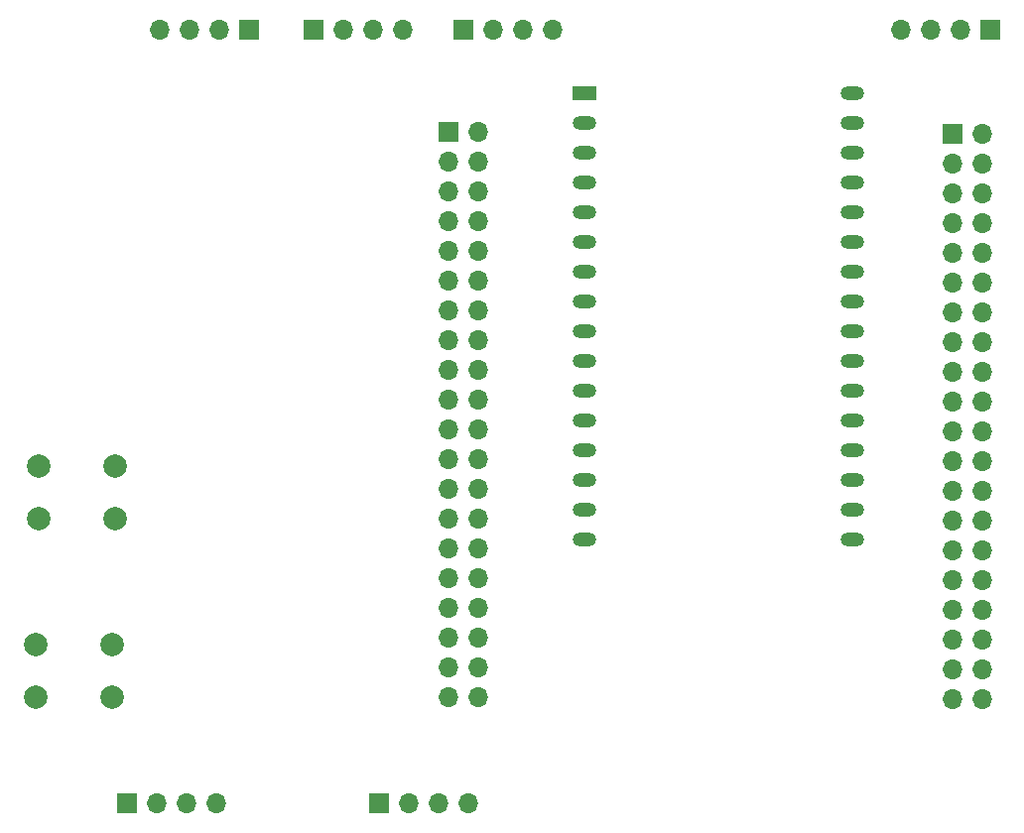
<source format=gbr>
%TF.GenerationSoftware,KiCad,Pcbnew,(7.0.0)*%
%TF.CreationDate,2024-01-22T14:48:16-03:00*%
%TF.ProjectId,ESP-EDU,4553502d-4544-4552-9e6b-696361645f70,rev?*%
%TF.SameCoordinates,Original*%
%TF.FileFunction,Soldermask,Bot*%
%TF.FilePolarity,Negative*%
%FSLAX46Y46*%
G04 Gerber Fmt 4.6, Leading zero omitted, Abs format (unit mm)*
G04 Created by KiCad (PCBNEW (7.0.0)) date 2024-01-22 14:48:16*
%MOMM*%
%LPD*%
G01*
G04 APERTURE LIST*
%ADD10C,2.000000*%
%ADD11R,1.700000X1.700000*%
%ADD12O,1.700000X1.700000*%
%ADD13R,2.000000X1.200000*%
%ADD14O,2.000000X1.200000*%
G04 APERTURE END LIST*
D10*
%TO.C,SW1*%
X88444000Y-79320000D03*
X94944000Y-79320000D03*
X88444000Y-83820000D03*
X94944000Y-83820000D03*
%TD*%
D11*
%TO.C,J5*%
X111951999Y-41999999D03*
D12*
X114491999Y-41999999D03*
X117031999Y-41999999D03*
X119571999Y-41999999D03*
%TD*%
D11*
%TO.C,J8*%
X96011999Y-108076999D03*
D12*
X98551999Y-108076999D03*
X101091999Y-108076999D03*
X103631999Y-108076999D03*
%TD*%
D11*
%TO.C,J7*%
X106425999Y-42036999D03*
D12*
X103885999Y-42036999D03*
X101345999Y-42036999D03*
X98805999Y-42036999D03*
%TD*%
D11*
%TO.C,J2*%
X166459999Y-50899999D03*
D12*
X168999999Y-50899999D03*
X166459999Y-53439999D03*
X168999999Y-53439999D03*
X166459999Y-55979999D03*
X168999999Y-55979999D03*
X166459999Y-58519999D03*
X168999999Y-58519999D03*
X166459999Y-61059999D03*
X168999999Y-61059999D03*
X166459999Y-63599999D03*
X168999999Y-63599999D03*
X166459999Y-66139999D03*
X168999999Y-66139999D03*
X166459999Y-68679999D03*
X168999999Y-68679999D03*
X166459999Y-71219999D03*
X168999999Y-71219999D03*
X166459999Y-73759999D03*
X168999999Y-73759999D03*
X166459999Y-76299999D03*
X168999999Y-76299999D03*
X166459999Y-78839999D03*
X168999999Y-78839999D03*
X166459999Y-81379999D03*
X168999999Y-81379999D03*
X166459999Y-83919999D03*
X168999999Y-83919999D03*
X166459999Y-86459999D03*
X168999999Y-86459999D03*
X166459999Y-88999999D03*
X168999999Y-88999999D03*
X166459999Y-91539999D03*
X168999999Y-91539999D03*
X166459999Y-94079999D03*
X168999999Y-94079999D03*
X166459999Y-96619999D03*
X168999999Y-96619999D03*
X166459999Y-99159999D03*
X168999999Y-99159999D03*
%TD*%
D11*
%TO.C,J4*%
X124691999Y-41999999D03*
D12*
X127231999Y-41999999D03*
X129771999Y-41999999D03*
X132311999Y-41999999D03*
%TD*%
D11*
%TO.C,J9*%
X169661999Y-42036999D03*
D12*
X167121999Y-42036999D03*
X164581999Y-42036999D03*
X162041999Y-42036999D03*
%TD*%
D13*
%TO.C,U1*%
X134999999Y-47439999D03*
D14*
X134999999Y-49979999D03*
X134999999Y-52519999D03*
X134999999Y-55059999D03*
X134999999Y-57599999D03*
X134999999Y-60139999D03*
X134999999Y-62679999D03*
X134999999Y-65219999D03*
X134999999Y-67759999D03*
X134999999Y-70299999D03*
X134999999Y-72839999D03*
X134999999Y-75379999D03*
X134999999Y-77919999D03*
X134999999Y-80459999D03*
X134999999Y-82999999D03*
X134999999Y-85539999D03*
X157859999Y-85539999D03*
X157859999Y-82999999D03*
X157859999Y-80459999D03*
X157859999Y-77919999D03*
X157859999Y-75379999D03*
X157859999Y-72839999D03*
X157859999Y-70299999D03*
X157859999Y-67759999D03*
X157859999Y-65219999D03*
X157859999Y-62679999D03*
X157859999Y-60139999D03*
X157859999Y-57599999D03*
X157859999Y-55059999D03*
X157859999Y-52519999D03*
X157859999Y-49979999D03*
X157859999Y-47439999D03*
%TD*%
D10*
%TO.C,SW2*%
X88242000Y-94560000D03*
X94742000Y-94560000D03*
X88242000Y-99060000D03*
X94742000Y-99060000D03*
%TD*%
D11*
%TO.C,J1*%
X123459999Y-50739999D03*
D12*
X125999999Y-50739999D03*
X123459999Y-53279999D03*
X125999999Y-53279999D03*
X123459999Y-55819999D03*
X125999999Y-55819999D03*
X123459999Y-58359999D03*
X125999999Y-58359999D03*
X123459999Y-60899999D03*
X125999999Y-60899999D03*
X123459999Y-63439999D03*
X125999999Y-63439999D03*
X123459999Y-65979999D03*
X125999999Y-65979999D03*
X123459999Y-68519999D03*
X125999999Y-68519999D03*
X123459999Y-71059999D03*
X125999999Y-71059999D03*
X123459999Y-73599999D03*
X125999999Y-73599999D03*
X123459999Y-76139999D03*
X125999999Y-76139999D03*
X123459999Y-78679999D03*
X125999999Y-78679999D03*
X123459999Y-81219999D03*
X125999999Y-81219999D03*
X123459999Y-83759999D03*
X125999999Y-83759999D03*
X123459999Y-86299999D03*
X125999999Y-86299999D03*
X123459999Y-88839999D03*
X125999999Y-88839999D03*
X123459999Y-91379999D03*
X125999999Y-91379999D03*
X123459999Y-93919999D03*
X125999999Y-93919999D03*
X123459999Y-96459999D03*
X125999999Y-96459999D03*
X123459999Y-98999999D03*
X125999999Y-98999999D03*
%TD*%
D11*
%TO.C,J6*%
X117474999Y-108076999D03*
D12*
X120014999Y-108076999D03*
X122554999Y-108076999D03*
X125094999Y-108076999D03*
%TD*%
M02*

</source>
